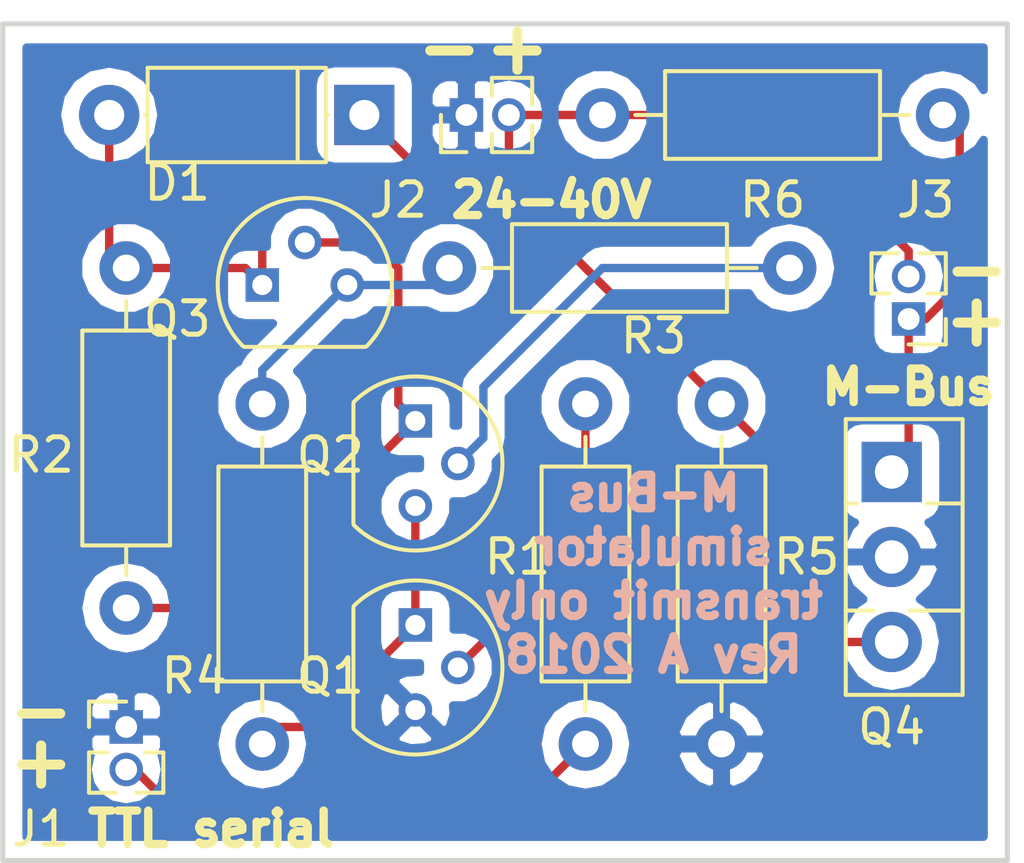
<source format=kicad_pcb>
(kicad_pcb (version 4) (host pcbnew 4.0.7)

  (general
    (links 22)
    (no_connects 0)
    (area 134.924999 74.924999 165.075001 100.075001)
    (thickness 1.6)
    (drawings 14)
    (tracks 50)
    (zones 0)
    (modules 14)
    (nets 11)
  )

  (page A4)
  (layers
    (0 F.Cu signal)
    (31 B.Cu signal)
    (32 B.Adhes user)
    (33 F.Adhes user)
    (34 B.Paste user)
    (35 F.Paste user)
    (36 B.SilkS user)
    (37 F.SilkS user)
    (38 B.Mask user)
    (39 F.Mask user)
    (40 Dwgs.User user)
    (41 Cmts.User user)
    (42 Eco1.User user)
    (43 Eco2.User user)
    (44 Edge.Cuts user)
    (45 Margin user)
    (46 B.CrtYd user)
    (47 F.CrtYd user)
    (48 B.Fab user hide)
    (49 F.Fab user hide)
  )

  (setup
    (last_trace_width 0.25)
    (trace_clearance 0.2)
    (zone_clearance 0.508)
    (zone_45_only no)
    (trace_min 0.2)
    (segment_width 0.2)
    (edge_width 0.15)
    (via_size 0.6)
    (via_drill 0.4)
    (via_min_size 0.4)
    (via_min_drill 0.3)
    (uvia_size 0.3)
    (uvia_drill 0.1)
    (uvias_allowed no)
    (uvia_min_size 0.2)
    (uvia_min_drill 0.1)
    (pcb_text_width 0.3)
    (pcb_text_size 1.5 1.5)
    (mod_edge_width 0.15)
    (mod_text_size 1 1)
    (mod_text_width 0.15)
    (pad_size 1.524 1.524)
    (pad_drill 0.762)
    (pad_to_mask_clearance 0.2)
    (aux_axis_origin 0 0)
    (visible_elements FFFFFF7F)
    (pcbplotparams
      (layerselection 0x00030_80000001)
      (usegerberextensions false)
      (excludeedgelayer true)
      (linewidth 0.100000)
      (plotframeref false)
      (viasonmask false)
      (mode 1)
      (useauxorigin false)
      (hpglpennumber 1)
      (hpglpenspeed 20)
      (hpglpendiameter 15)
      (hpglpenoverlay 2)
      (psnegative false)
      (psa4output false)
      (plotreference true)
      (plotvalue true)
      (plotinvisibletext false)
      (padsonsilk false)
      (subtractmaskfromsilk false)
      (outputformat 1)
      (mirror false)
      (drillshape 1)
      (scaleselection 1)
      (outputdirectory ""))
  )

  (net 0 "")
  (net 1 /EXT_PWR)
  (net 2 GND)
  (net 3 "Net-(J1-Pad2)")
  (net 4 /MBus-)
  (net 5 "Net-(Q1-Pad2)")
  (net 6 "Net-(Q1-Pad1)")
  (net 7 "Net-(Q2-Pad2)")
  (net 8 "Net-(Q2-Pad1)")
  (net 9 "Net-(Q3-Pad3)")
  (net 10 "Net-(D1-Pad2)")

  (net_class Default "This is the default net class."
    (clearance 0.2)
    (trace_width 0.25)
    (via_dia 0.6)
    (via_drill 0.4)
    (uvia_dia 0.3)
    (uvia_drill 0.1)
    (add_net /EXT_PWR)
    (add_net /MBus-)
    (add_net GND)
    (add_net "Net-(D1-Pad2)")
    (add_net "Net-(J1-Pad2)")
    (add_net "Net-(Q1-Pad1)")
    (add_net "Net-(Q1-Pad2)")
    (add_net "Net-(Q2-Pad1)")
    (add_net "Net-(Q2-Pad2)")
    (add_net "Net-(Q3-Pad3)")
  )

  (module Pin_Headers:Pin_Header_Straight_1x02_Pitch1.27mm (layer F.Cu) (tedit 5A70ED90) (tstamp 5A70DE66)
    (at 138.684 96.012)
    (descr "Through hole straight pin header, 1x02, 1.27mm pitch, single row")
    (tags "Through hole pin header THT 1x02 1.27mm single row")
    (path /5A6C56AB)
    (fp_text reference J1 (at -2.54 3.048) (layer F.SilkS)
      (effects (font (size 1 1) (thickness 0.15)))
    )
    (fp_text value Conn_01x02 (at 0 2.965) (layer F.Fab) hide
      (effects (font (size 1 1) (thickness 0.15)))
    )
    (fp_line (start -0.525 -0.635) (end 1.05 -0.635) (layer F.Fab) (width 0.1))
    (fp_line (start 1.05 -0.635) (end 1.05 1.905) (layer F.Fab) (width 0.1))
    (fp_line (start 1.05 1.905) (end -1.05 1.905) (layer F.Fab) (width 0.1))
    (fp_line (start -1.05 1.905) (end -1.05 -0.11) (layer F.Fab) (width 0.1))
    (fp_line (start -1.05 -0.11) (end -0.525 -0.635) (layer F.Fab) (width 0.1))
    (fp_line (start -1.11 1.965) (end -0.30753 1.965) (layer F.SilkS) (width 0.12))
    (fp_line (start 0.30753 1.965) (end 1.11 1.965) (layer F.SilkS) (width 0.12))
    (fp_line (start -1.11 0.76) (end -1.11 1.965) (layer F.SilkS) (width 0.12))
    (fp_line (start 1.11 0.76) (end 1.11 1.965) (layer F.SilkS) (width 0.12))
    (fp_line (start -1.11 0.76) (end -0.563471 0.76) (layer F.SilkS) (width 0.12))
    (fp_line (start 0.563471 0.76) (end 1.11 0.76) (layer F.SilkS) (width 0.12))
    (fp_line (start -1.11 0) (end -1.11 -0.76) (layer F.SilkS) (width 0.12))
    (fp_line (start -1.11 -0.76) (end 0 -0.76) (layer F.SilkS) (width 0.12))
    (fp_line (start -1.55 -1.15) (end -1.55 2.45) (layer F.CrtYd) (width 0.05))
    (fp_line (start -1.55 2.45) (end 1.55 2.45) (layer F.CrtYd) (width 0.05))
    (fp_line (start 1.55 2.45) (end 1.55 -1.15) (layer F.CrtYd) (width 0.05))
    (fp_line (start 1.55 -1.15) (end -1.55 -1.15) (layer F.CrtYd) (width 0.05))
    (fp_text user %R (at 0 0.635 90) (layer F.Fab)
      (effects (font (size 1 1) (thickness 0.15)))
    )
    (pad 1 thru_hole rect (at 0 0) (size 1 1) (drill 0.65) (layers *.Cu *.Mask)
      (net 2 GND))
    (pad 2 thru_hole oval (at 0 1.27) (size 1 1) (drill 0.65) (layers *.Cu *.Mask)
      (net 3 "Net-(J1-Pad2)"))
    (model ${KISYS3DMOD}/Pin_Headers.3dshapes/Pin_Header_Straight_1x02_Pitch1.27mm.wrl
      (at (xyz 0 0 0))
      (scale (xyz 1 1 1))
      (rotate (xyz 0 0 0))
    )
  )

  (module Pin_Headers:Pin_Header_Straight_1x02_Pitch1.27mm (layer F.Cu) (tedit 5A70ED53) (tstamp 5A70DE6C)
    (at 148.844 77.724 90)
    (descr "Through hole straight pin header, 1x02, 1.27mm pitch, single row")
    (tags "Through hole pin header THT 1x02 1.27mm single row")
    (path /5A6C5520)
    (fp_text reference J2 (at -2.54 -2.032 180) (layer F.SilkS)
      (effects (font (size 1 1) (thickness 0.15)))
    )
    (fp_text value Conn_01x02 (at 0 2.965 90) (layer F.Fab) hide
      (effects (font (size 1 1) (thickness 0.15)))
    )
    (fp_line (start -0.525 -0.635) (end 1.05 -0.635) (layer F.Fab) (width 0.1))
    (fp_line (start 1.05 -0.635) (end 1.05 1.905) (layer F.Fab) (width 0.1))
    (fp_line (start 1.05 1.905) (end -1.05 1.905) (layer F.Fab) (width 0.1))
    (fp_line (start -1.05 1.905) (end -1.05 -0.11) (layer F.Fab) (width 0.1))
    (fp_line (start -1.05 -0.11) (end -0.525 -0.635) (layer F.Fab) (width 0.1))
    (fp_line (start -1.11 1.965) (end -0.30753 1.965) (layer F.SilkS) (width 0.12))
    (fp_line (start 0.30753 1.965) (end 1.11 1.965) (layer F.SilkS) (width 0.12))
    (fp_line (start -1.11 0.76) (end -1.11 1.965) (layer F.SilkS) (width 0.12))
    (fp_line (start 1.11 0.76) (end 1.11 1.965) (layer F.SilkS) (width 0.12))
    (fp_line (start -1.11 0.76) (end -0.563471 0.76) (layer F.SilkS) (width 0.12))
    (fp_line (start 0.563471 0.76) (end 1.11 0.76) (layer F.SilkS) (width 0.12))
    (fp_line (start -1.11 0) (end -1.11 -0.76) (layer F.SilkS) (width 0.12))
    (fp_line (start -1.11 -0.76) (end 0 -0.76) (layer F.SilkS) (width 0.12))
    (fp_line (start -1.55 -1.15) (end -1.55 2.45) (layer F.CrtYd) (width 0.05))
    (fp_line (start -1.55 2.45) (end 1.55 2.45) (layer F.CrtYd) (width 0.05))
    (fp_line (start 1.55 2.45) (end 1.55 -1.15) (layer F.CrtYd) (width 0.05))
    (fp_line (start 1.55 -1.15) (end -1.55 -1.15) (layer F.CrtYd) (width 0.05))
    (fp_text user %R (at 0 0.635 180) (layer F.Fab)
      (effects (font (size 1 1) (thickness 0.15)))
    )
    (pad 1 thru_hole rect (at 0 0 90) (size 1 1) (drill 0.65) (layers *.Cu *.Mask)
      (net 2 GND))
    (pad 2 thru_hole oval (at 0 1.27 90) (size 1 1) (drill 0.65) (layers *.Cu *.Mask)
      (net 1 /EXT_PWR))
    (model ${KISYS3DMOD}/Pin_Headers.3dshapes/Pin_Header_Straight_1x02_Pitch1.27mm.wrl
      (at (xyz 0 0 0))
      (scale (xyz 1 1 1))
      (rotate (xyz 0 0 0))
    )
  )

  (module Pin_Headers:Pin_Header_Straight_1x02_Pitch1.27mm (layer F.Cu) (tedit 5A70EDC2) (tstamp 5A70DE72)
    (at 162.052 83.82 180)
    (descr "Through hole straight pin header, 1x02, 1.27mm pitch, single row")
    (tags "Through hole pin header THT 1x02 1.27mm single row")
    (path /5A6C5F4D)
    (fp_text reference J3 (at -0.508 3.556 180) (layer F.SilkS)
      (effects (font (size 1 1) (thickness 0.15)))
    )
    (fp_text value Conn_01x02 (at 0 2.965 180) (layer F.Fab) hide
      (effects (font (size 1 1) (thickness 0.15)))
    )
    (fp_line (start -0.525 -0.635) (end 1.05 -0.635) (layer F.Fab) (width 0.1))
    (fp_line (start 1.05 -0.635) (end 1.05 1.905) (layer F.Fab) (width 0.1))
    (fp_line (start 1.05 1.905) (end -1.05 1.905) (layer F.Fab) (width 0.1))
    (fp_line (start -1.05 1.905) (end -1.05 -0.11) (layer F.Fab) (width 0.1))
    (fp_line (start -1.05 -0.11) (end -0.525 -0.635) (layer F.Fab) (width 0.1))
    (fp_line (start -1.11 1.965) (end -0.30753 1.965) (layer F.SilkS) (width 0.12))
    (fp_line (start 0.30753 1.965) (end 1.11 1.965) (layer F.SilkS) (width 0.12))
    (fp_line (start -1.11 0.76) (end -1.11 1.965) (layer F.SilkS) (width 0.12))
    (fp_line (start 1.11 0.76) (end 1.11 1.965) (layer F.SilkS) (width 0.12))
    (fp_line (start -1.11 0.76) (end -0.563471 0.76) (layer F.SilkS) (width 0.12))
    (fp_line (start 0.563471 0.76) (end 1.11 0.76) (layer F.SilkS) (width 0.12))
    (fp_line (start -1.11 0) (end -1.11 -0.76) (layer F.SilkS) (width 0.12))
    (fp_line (start -1.11 -0.76) (end 0 -0.76) (layer F.SilkS) (width 0.12))
    (fp_line (start -1.55 -1.15) (end -1.55 2.45) (layer F.CrtYd) (width 0.05))
    (fp_line (start -1.55 2.45) (end 1.55 2.45) (layer F.CrtYd) (width 0.05))
    (fp_line (start 1.55 2.45) (end 1.55 -1.15) (layer F.CrtYd) (width 0.05))
    (fp_line (start 1.55 -1.15) (end -1.55 -1.15) (layer F.CrtYd) (width 0.05))
    (fp_text user %R (at 0 0.635 270) (layer F.Fab)
      (effects (font (size 1 1) (thickness 0.15)))
    )
    (pad 1 thru_hole rect (at 0 0 180) (size 1 1) (drill 0.65) (layers *.Cu *.Mask)
      (net 4 /MBus-))
    (pad 2 thru_hole oval (at 0 1.27 180) (size 1 1) (drill 0.65) (layers *.Cu *.Mask)
      (net 1 /EXT_PWR))
    (model ${KISYS3DMOD}/Pin_Headers.3dshapes/Pin_Header_Straight_1x02_Pitch1.27mm.wrl
      (at (xyz 0 0 0))
      (scale (xyz 1 1 1))
      (rotate (xyz 0 0 0))
    )
  )

  (module TO_SOT_Packages_THT:TO-92_Molded_Narrow (layer F.Cu) (tedit 5A70ECEA) (tstamp 5A70DE79)
    (at 147.32 92.964 270)
    (descr "TO-92 leads molded, narrow, drill 0.6mm (see NXP sot054_po.pdf)")
    (tags "to-92 sc-43 sc-43a sot54 PA33 transistor")
    (path /5A6C58F3)
    (fp_text reference Q1 (at 1.524 2.54 360) (layer F.SilkS)
      (effects (font (size 1 1) (thickness 0.15)))
    )
    (fp_text value BC337 (at 1.27 2.79 270) (layer F.Fab)
      (effects (font (size 1 1) (thickness 0.15)))
    )
    (fp_text user %R (at 1.27 -3.56 270) (layer F.Fab)
      (effects (font (size 1 1) (thickness 0.15)))
    )
    (fp_line (start -0.53 1.85) (end 3.07 1.85) (layer F.SilkS) (width 0.12))
    (fp_line (start -0.5 1.75) (end 3 1.75) (layer F.Fab) (width 0.1))
    (fp_line (start -1.46 -2.73) (end 4 -2.73) (layer F.CrtYd) (width 0.05))
    (fp_line (start -1.46 -2.73) (end -1.46 2.01) (layer F.CrtYd) (width 0.05))
    (fp_line (start 4 2.01) (end 4 -2.73) (layer F.CrtYd) (width 0.05))
    (fp_line (start 4 2.01) (end -1.46 2.01) (layer F.CrtYd) (width 0.05))
    (fp_arc (start 1.27 0) (end 1.27 -2.48) (angle 135) (layer F.Fab) (width 0.1))
    (fp_arc (start 1.27 0) (end 1.27 -2.6) (angle -135) (layer F.SilkS) (width 0.12))
    (fp_arc (start 1.27 0) (end 1.27 -2.48) (angle -135) (layer F.Fab) (width 0.1))
    (fp_arc (start 1.27 0) (end 1.27 -2.6) (angle 135) (layer F.SilkS) (width 0.12))
    (pad 2 thru_hole circle (at 1.27 -1.27) (size 1 1) (drill 0.6) (layers *.Cu *.Mask)
      (net 5 "Net-(Q1-Pad2)"))
    (pad 3 thru_hole circle (at 2.54 0) (size 1 1) (drill 0.6) (layers *.Cu *.Mask)
      (net 2 GND))
    (pad 1 thru_hole rect (at 0 0) (size 1 1) (drill 0.6) (layers *.Cu *.Mask)
      (net 6 "Net-(Q1-Pad1)"))
    (model ${KISYS3DMOD}/TO_SOT_Packages_THT.3dshapes/TO-92_Molded_Narrow.wrl
      (at (xyz 0.05 0 0))
      (scale (xyz 1 1 1))
      (rotate (xyz 0 0 -90))
    )
  )

  (module TO_SOT_Packages_THT:TO-92_Molded_Narrow (layer F.Cu) (tedit 5A70ECF1) (tstamp 5A70DE80)
    (at 147.32 86.868 270)
    (descr "TO-92 leads molded, narrow, drill 0.6mm (see NXP sot054_po.pdf)")
    (tags "to-92 sc-43 sc-43a sot54 PA33 transistor")
    (path /5A70EDBB)
    (fp_text reference Q2 (at 1.016 2.54 360) (layer F.SilkS)
      (effects (font (size 1 1) (thickness 0.15)))
    )
    (fp_text value BC337 (at 1.27 2.79 270) (layer F.Fab)
      (effects (font (size 1 1) (thickness 0.15)))
    )
    (fp_text user %R (at 1.27 -3.56 270) (layer F.Fab)
      (effects (font (size 1 1) (thickness 0.15)))
    )
    (fp_line (start -0.53 1.85) (end 3.07 1.85) (layer F.SilkS) (width 0.12))
    (fp_line (start -0.5 1.75) (end 3 1.75) (layer F.Fab) (width 0.1))
    (fp_line (start -1.46 -2.73) (end 4 -2.73) (layer F.CrtYd) (width 0.05))
    (fp_line (start -1.46 -2.73) (end -1.46 2.01) (layer F.CrtYd) (width 0.05))
    (fp_line (start 4 2.01) (end 4 -2.73) (layer F.CrtYd) (width 0.05))
    (fp_line (start 4 2.01) (end -1.46 2.01) (layer F.CrtYd) (width 0.05))
    (fp_arc (start 1.27 0) (end 1.27 -2.48) (angle 135) (layer F.Fab) (width 0.1))
    (fp_arc (start 1.27 0) (end 1.27 -2.6) (angle -135) (layer F.SilkS) (width 0.12))
    (fp_arc (start 1.27 0) (end 1.27 -2.48) (angle -135) (layer F.Fab) (width 0.1))
    (fp_arc (start 1.27 0) (end 1.27 -2.6) (angle 135) (layer F.SilkS) (width 0.12))
    (pad 2 thru_hole circle (at 1.27 -1.27) (size 1 1) (drill 0.6) (layers *.Cu *.Mask)
      (net 7 "Net-(Q2-Pad2)"))
    (pad 3 thru_hole circle (at 2.54 0) (size 1 1) (drill 0.6) (layers *.Cu *.Mask)
      (net 6 "Net-(Q1-Pad1)"))
    (pad 1 thru_hole rect (at 0 0) (size 1 1) (drill 0.6) (layers *.Cu *.Mask)
      (net 8 "Net-(Q2-Pad1)"))
    (model ${KISYS3DMOD}/TO_SOT_Packages_THT.3dshapes/TO-92_Molded_Narrow.wrl
      (at (xyz 0.05 0 0))
      (scale (xyz 1 1 1))
      (rotate (xyz 0 0 -90))
    )
  )

  (module TO_SOT_Packages_THT:TO-92_Molded_Narrow (layer F.Cu) (tedit 5A70ECFA) (tstamp 5A70DE87)
    (at 142.748 82.804)
    (descr "TO-92 leads molded, narrow, drill 0.6mm (see NXP sot054_po.pdf)")
    (tags "to-92 sc-43 sc-43a sot54 PA33 transistor")
    (path /5A70ED17)
    (fp_text reference Q3 (at -2.54 1.016) (layer F.SilkS)
      (effects (font (size 1 1) (thickness 0.15)))
    )
    (fp_text value BC337 (at 1.27 2.79) (layer F.Fab)
      (effects (font (size 1 1) (thickness 0.15)))
    )
    (fp_text user %R (at 1.27 -3.56) (layer F.Fab)
      (effects (font (size 1 1) (thickness 0.15)))
    )
    (fp_line (start -0.53 1.85) (end 3.07 1.85) (layer F.SilkS) (width 0.12))
    (fp_line (start -0.5 1.75) (end 3 1.75) (layer F.Fab) (width 0.1))
    (fp_line (start -1.46 -2.73) (end 4 -2.73) (layer F.CrtYd) (width 0.05))
    (fp_line (start -1.46 -2.73) (end -1.46 2.01) (layer F.CrtYd) (width 0.05))
    (fp_line (start 4 2.01) (end 4 -2.73) (layer F.CrtYd) (width 0.05))
    (fp_line (start 4 2.01) (end -1.46 2.01) (layer F.CrtYd) (width 0.05))
    (fp_arc (start 1.27 0) (end 1.27 -2.48) (angle 135) (layer F.Fab) (width 0.1))
    (fp_arc (start 1.27 0) (end 1.27 -2.6) (angle -135) (layer F.SilkS) (width 0.12))
    (fp_arc (start 1.27 0) (end 1.27 -2.48) (angle -135) (layer F.Fab) (width 0.1))
    (fp_arc (start 1.27 0) (end 1.27 -2.6) (angle 135) (layer F.SilkS) (width 0.12))
    (pad 2 thru_hole circle (at 1.27 -1.27 90) (size 1 1) (drill 0.6) (layers *.Cu *.Mask)
      (net 8 "Net-(Q2-Pad1)"))
    (pad 3 thru_hole circle (at 2.54 0 90) (size 1 1) (drill 0.6) (layers *.Cu *.Mask)
      (net 9 "Net-(Q3-Pad3)"))
    (pad 1 thru_hole rect (at 0 0 90) (size 1 1) (drill 0.6) (layers *.Cu *.Mask)
      (net 10 "Net-(D1-Pad2)"))
    (model ${KISYS3DMOD}/TO_SOT_Packages_THT.3dshapes/TO-92_Molded_Narrow.wrl
      (at (xyz 0.05 0 0))
      (scale (xyz 1 1 1))
      (rotate (xyz 0 0 -90))
    )
  )

  (module TO_SOT_Packages_THT:TO-126_Vertical (layer F.Cu) (tedit 5A70EBE8) (tstamp 5A70DE8E)
    (at 161.544 88.392 270)
    (descr "TO-126, Vertical, RM 2.54mm")
    (tags "TO-126 Vertical RM 2.54mm")
    (path /5A6C614C)
    (fp_text reference Q4 (at 7.62 0 360) (layer F.SilkS)
      (effects (font (size 1 1) (thickness 0.15)))
    )
    (fp_text value BD136 (at 2.54 3.27 270) (layer F.Fab)
      (effects (font (size 1 1) (thickness 0.15)))
    )
    (fp_text user %R (at 2.54 -3.12 270) (layer F.Fab)
      (effects (font (size 1 1) (thickness 0.15)))
    )
    (fp_line (start -1.46 -2) (end -1.46 1.25) (layer F.Fab) (width 0.1))
    (fp_line (start -1.46 1.25) (end 6.54 1.25) (layer F.Fab) (width 0.1))
    (fp_line (start 6.54 1.25) (end 6.54 -2) (layer F.Fab) (width 0.1))
    (fp_line (start 6.54 -2) (end -1.46 -2) (layer F.Fab) (width 0.1))
    (fp_line (start 0.94 -2) (end 0.94 1.25) (layer F.Fab) (width 0.1))
    (fp_line (start 4.14 -2) (end 4.14 1.25) (layer F.Fab) (width 0.1))
    (fp_line (start -1.58 -2.12) (end 6.66 -2.12) (layer F.SilkS) (width 0.12))
    (fp_line (start -1.58 1.37) (end 6.66 1.37) (layer F.SilkS) (width 0.12))
    (fp_line (start -1.58 -2.12) (end -1.58 1.37) (layer F.SilkS) (width 0.12))
    (fp_line (start 6.66 -2.12) (end 6.66 1.37) (layer F.SilkS) (width 0.12))
    (fp_line (start 0.94 -2.12) (end 0.94 -1.05) (layer F.SilkS) (width 0.12))
    (fp_line (start 0.94 1.05) (end 0.94 1.37) (layer F.SilkS) (width 0.12))
    (fp_line (start 4.141 -2.12) (end 4.141 -0.54) (layer F.SilkS) (width 0.12))
    (fp_line (start 4.141 0.54) (end 4.141 1.37) (layer F.SilkS) (width 0.12))
    (fp_line (start -1.71 -2.25) (end -1.71 1.5) (layer F.CrtYd) (width 0.05))
    (fp_line (start -1.71 1.5) (end 6.79 1.5) (layer F.CrtYd) (width 0.05))
    (fp_line (start 6.79 1.5) (end 6.79 -2.25) (layer F.CrtYd) (width 0.05))
    (fp_line (start 6.79 -2.25) (end -1.71 -2.25) (layer F.CrtYd) (width 0.05))
    (pad 1 thru_hole rect (at 0 0 270) (size 1.8 1.8) (drill 1) (layers *.Cu *.Mask)
      (net 4 /MBus-))
    (pad 2 thru_hole oval (at 2.54 0 270) (size 1.8 1.8) (drill 1) (layers *.Cu *.Mask)
      (net 2 GND))
    (pad 3 thru_hole oval (at 5.08 0 270) (size 1.8 1.8) (drill 1) (layers *.Cu *.Mask)
      (net 10 "Net-(D1-Pad2)"))
    (model ${KISYS3DMOD}/TO_SOT_Packages_THT.3dshapes/TO-126_Vertical.wrl
      (at (xyz 0.1 0 0))
      (scale (xyz 1 1 1))
      (rotate (xyz 0 0 0))
    )
  )

  (module Diodes_THT:D_A-405_P7.62mm_Horizontal (layer F.Cu) (tedit 5A70ED77) (tstamp 5A70E314)
    (at 145.796 77.724 180)
    (descr "D, A-405 series, Axial, Horizontal, pin pitch=7.62mm, , length*diameter=5.2*2.7mm^2, , http://www.diodes.com/_files/packages/A-405.pdf")
    (tags "D A-405 series Axial Horizontal pin pitch 7.62mm  length 5.2mm diameter 2.7mm")
    (path /5A6C5A7F)
    (fp_text reference D1 (at 5.588 -2.032 180) (layer F.SilkS)
      (effects (font (size 1 1) (thickness 0.15)))
    )
    (fp_text value D_Zener_Small_ALT (at 3.81 2.41 180) (layer F.Fab) hide
      (effects (font (size 1 1) (thickness 0.15)))
    )
    (fp_text user %R (at 3.81 0 180) (layer F.Fab)
      (effects (font (size 1 1) (thickness 0.15)))
    )
    (fp_line (start 1.21 -1.35) (end 1.21 1.35) (layer F.Fab) (width 0.1))
    (fp_line (start 1.21 1.35) (end 6.41 1.35) (layer F.Fab) (width 0.1))
    (fp_line (start 6.41 1.35) (end 6.41 -1.35) (layer F.Fab) (width 0.1))
    (fp_line (start 6.41 -1.35) (end 1.21 -1.35) (layer F.Fab) (width 0.1))
    (fp_line (start 0 0) (end 1.21 0) (layer F.Fab) (width 0.1))
    (fp_line (start 7.62 0) (end 6.41 0) (layer F.Fab) (width 0.1))
    (fp_line (start 1.99 -1.35) (end 1.99 1.35) (layer F.Fab) (width 0.1))
    (fp_line (start 1.15 -1.41) (end 1.15 1.41) (layer F.SilkS) (width 0.12))
    (fp_line (start 1.15 1.41) (end 6.47 1.41) (layer F.SilkS) (width 0.12))
    (fp_line (start 6.47 1.41) (end 6.47 -1.41) (layer F.SilkS) (width 0.12))
    (fp_line (start 6.47 -1.41) (end 1.15 -1.41) (layer F.SilkS) (width 0.12))
    (fp_line (start 1.08 0) (end 1.15 0) (layer F.SilkS) (width 0.12))
    (fp_line (start 6.54 0) (end 6.47 0) (layer F.SilkS) (width 0.12))
    (fp_line (start 1.99 -1.41) (end 1.99 1.41) (layer F.SilkS) (width 0.12))
    (fp_line (start -1.15 -1.7) (end -1.15 1.7) (layer F.CrtYd) (width 0.05))
    (fp_line (start -1.15 1.7) (end 8.8 1.7) (layer F.CrtYd) (width 0.05))
    (fp_line (start 8.8 1.7) (end 8.8 -1.7) (layer F.CrtYd) (width 0.05))
    (fp_line (start 8.8 -1.7) (end -1.15 -1.7) (layer F.CrtYd) (width 0.05))
    (pad 1 thru_hole rect (at 0 0 180) (size 1.8 1.8) (drill 0.9) (layers *.Cu *.Mask)
      (net 1 /EXT_PWR))
    (pad 2 thru_hole oval (at 7.62 0 180) (size 1.8 1.8) (drill 0.9) (layers *.Cu *.Mask)
      (net 10 "Net-(D1-Pad2)"))
    (model ${KISYS3DMOD}/Diodes_THT.3dshapes/D_A-405_P7.62mm_Horizontal.wrl
      (at (xyz 0 0 0))
      (scale (xyz 0.393701 0.393701 0.393701))
      (rotate (xyz 0 0 0))
    )
  )

  (module Resistors_THT:R_Axial_DIN0207_L6.3mm_D2.5mm_P10.16mm_Horizontal (layer F.Cu) (tedit 5A70EC9C) (tstamp 5A70E319)
    (at 152.4 86.36 270)
    (descr "Resistor, Axial_DIN0207 series, Axial, Horizontal, pin pitch=10.16mm, 0.25W = 1/4W, length*diameter=6.3*2.5mm^2, http://cdn-reichelt.de/documents/datenblatt/B400/1_4W%23YAG.pdf")
    (tags "Resistor Axial_DIN0207 series Axial Horizontal pin pitch 10.16mm 0.25W = 1/4W length 6.3mm diameter 2.5mm")
    (path /5A6C5956)
    (fp_text reference R1 (at 4.572 2.032 360) (layer F.SilkS)
      (effects (font (size 1 1) (thickness 0.15)))
    )
    (fp_text value 1k (at 5.08 2.31 270) (layer F.Fab)
      (effects (font (size 1 1) (thickness 0.15)))
    )
    (fp_line (start 1.93 -1.25) (end 1.93 1.25) (layer F.Fab) (width 0.1))
    (fp_line (start 1.93 1.25) (end 8.23 1.25) (layer F.Fab) (width 0.1))
    (fp_line (start 8.23 1.25) (end 8.23 -1.25) (layer F.Fab) (width 0.1))
    (fp_line (start 8.23 -1.25) (end 1.93 -1.25) (layer F.Fab) (width 0.1))
    (fp_line (start 0 0) (end 1.93 0) (layer F.Fab) (width 0.1))
    (fp_line (start 10.16 0) (end 8.23 0) (layer F.Fab) (width 0.1))
    (fp_line (start 1.87 -1.31) (end 1.87 1.31) (layer F.SilkS) (width 0.12))
    (fp_line (start 1.87 1.31) (end 8.29 1.31) (layer F.SilkS) (width 0.12))
    (fp_line (start 8.29 1.31) (end 8.29 -1.31) (layer F.SilkS) (width 0.12))
    (fp_line (start 8.29 -1.31) (end 1.87 -1.31) (layer F.SilkS) (width 0.12))
    (fp_line (start 0.98 0) (end 1.87 0) (layer F.SilkS) (width 0.12))
    (fp_line (start 9.18 0) (end 8.29 0) (layer F.SilkS) (width 0.12))
    (fp_line (start -1.05 -1.6) (end -1.05 1.6) (layer F.CrtYd) (width 0.05))
    (fp_line (start -1.05 1.6) (end 11.25 1.6) (layer F.CrtYd) (width 0.05))
    (fp_line (start 11.25 1.6) (end 11.25 -1.6) (layer F.CrtYd) (width 0.05))
    (fp_line (start 11.25 -1.6) (end -1.05 -1.6) (layer F.CrtYd) (width 0.05))
    (pad 1 thru_hole circle (at 0 0 270) (size 1.6 1.6) (drill 0.8) (layers *.Cu *.Mask)
      (net 5 "Net-(Q1-Pad2)"))
    (pad 2 thru_hole oval (at 10.16 0 270) (size 1.6 1.6) (drill 0.8) (layers *.Cu *.Mask)
      (net 3 "Net-(J1-Pad2)"))
    (model ${KISYS3DMOD}/Resistors_THT.3dshapes/R_Axial_DIN0207_L6.3mm_D2.5mm_P10.16mm_Horizontal.wrl
      (at (xyz 0 0 0))
      (scale (xyz 0.393701 0.393701 0.393701))
      (rotate (xyz 0 0 0))
    )
  )

  (module Resistors_THT:R_Axial_DIN0207_L6.3mm_D2.5mm_P10.16mm_Horizontal (layer F.Cu) (tedit 5A70EC38) (tstamp 5A70E31E)
    (at 138.684 82.296 270)
    (descr "Resistor, Axial_DIN0207 series, Axial, Horizontal, pin pitch=10.16mm, 0.25W = 1/4W, length*diameter=6.3*2.5mm^2, http://cdn-reichelt.de/documents/datenblatt/B400/1_4W%23YAG.pdf")
    (tags "Resistor Axial_DIN0207 series Axial Horizontal pin pitch 10.16mm 0.25W = 1/4W length 6.3mm diameter 2.5mm")
    (path /5A70EEBF)
    (fp_text reference R2 (at 5.588 2.54 360) (layer F.SilkS)
      (effects (font (size 1 1) (thickness 0.15)))
    )
    (fp_text value 6k8 (at 5.08 2.31 270) (layer F.Fab)
      (effects (font (size 1 1) (thickness 0.15)))
    )
    (fp_line (start 1.93 -1.25) (end 1.93 1.25) (layer F.Fab) (width 0.1))
    (fp_line (start 1.93 1.25) (end 8.23 1.25) (layer F.Fab) (width 0.1))
    (fp_line (start 8.23 1.25) (end 8.23 -1.25) (layer F.Fab) (width 0.1))
    (fp_line (start 8.23 -1.25) (end 1.93 -1.25) (layer F.Fab) (width 0.1))
    (fp_line (start 0 0) (end 1.93 0) (layer F.Fab) (width 0.1))
    (fp_line (start 10.16 0) (end 8.23 0) (layer F.Fab) (width 0.1))
    (fp_line (start 1.87 -1.31) (end 1.87 1.31) (layer F.SilkS) (width 0.12))
    (fp_line (start 1.87 1.31) (end 8.29 1.31) (layer F.SilkS) (width 0.12))
    (fp_line (start 8.29 1.31) (end 8.29 -1.31) (layer F.SilkS) (width 0.12))
    (fp_line (start 8.29 -1.31) (end 1.87 -1.31) (layer F.SilkS) (width 0.12))
    (fp_line (start 0.98 0) (end 1.87 0) (layer F.SilkS) (width 0.12))
    (fp_line (start 9.18 0) (end 8.29 0) (layer F.SilkS) (width 0.12))
    (fp_line (start -1.05 -1.6) (end -1.05 1.6) (layer F.CrtYd) (width 0.05))
    (fp_line (start -1.05 1.6) (end 11.25 1.6) (layer F.CrtYd) (width 0.05))
    (fp_line (start 11.25 1.6) (end 11.25 -1.6) (layer F.CrtYd) (width 0.05))
    (fp_line (start 11.25 -1.6) (end -1.05 -1.6) (layer F.CrtYd) (width 0.05))
    (pad 1 thru_hole circle (at 0 0 270) (size 1.6 1.6) (drill 0.8) (layers *.Cu *.Mask)
      (net 10 "Net-(D1-Pad2)"))
    (pad 2 thru_hole oval (at 10.16 0 270) (size 1.6 1.6) (drill 0.8) (layers *.Cu *.Mask)
      (net 8 "Net-(Q2-Pad1)"))
    (model ${KISYS3DMOD}/Resistors_THT.3dshapes/R_Axial_DIN0207_L6.3mm_D2.5mm_P10.16mm_Horizontal.wrl
      (at (xyz 0 0 0))
      (scale (xyz 0.393701 0.393701 0.393701))
      (rotate (xyz 0 0 0))
    )
  )

  (module Resistors_THT:R_Axial_DIN0207_L6.3mm_D2.5mm_P10.16mm_Horizontal (layer F.Cu) (tedit 5A70EDE0) (tstamp 5A70E323)
    (at 148.336 82.296)
    (descr "Resistor, Axial_DIN0207 series, Axial, Horizontal, pin pitch=10.16mm, 0.25W = 1/4W, length*diameter=6.3*2.5mm^2, http://cdn-reichelt.de/documents/datenblatt/B400/1_4W%23YAG.pdf")
    (tags "Resistor Axial_DIN0207 series Axial Horizontal pin pitch 10.16mm 0.25W = 1/4W length 6.3mm diameter 2.5mm")
    (path /5A70EF3B)
    (fp_text reference R3 (at 6.096 2.032) (layer F.SilkS)
      (effects (font (size 1 1) (thickness 0.15)))
    )
    (fp_text value 1 (at 5.08 2.31) (layer F.Fab)
      (effects (font (size 1 1) (thickness 0.15)))
    )
    (fp_line (start 1.93 -1.25) (end 1.93 1.25) (layer F.Fab) (width 0.1))
    (fp_line (start 1.93 1.25) (end 8.23 1.25) (layer F.Fab) (width 0.1))
    (fp_line (start 8.23 1.25) (end 8.23 -1.25) (layer F.Fab) (width 0.1))
    (fp_line (start 8.23 -1.25) (end 1.93 -1.25) (layer F.Fab) (width 0.1))
    (fp_line (start 0 0) (end 1.93 0) (layer F.Fab) (width 0.1))
    (fp_line (start 10.16 0) (end 8.23 0) (layer F.Fab) (width 0.1))
    (fp_line (start 1.87 -1.31) (end 1.87 1.31) (layer F.SilkS) (width 0.12))
    (fp_line (start 1.87 1.31) (end 8.29 1.31) (layer F.SilkS) (width 0.12))
    (fp_line (start 8.29 1.31) (end 8.29 -1.31) (layer F.SilkS) (width 0.12))
    (fp_line (start 8.29 -1.31) (end 1.87 -1.31) (layer F.SilkS) (width 0.12))
    (fp_line (start 0.98 0) (end 1.87 0) (layer F.SilkS) (width 0.12))
    (fp_line (start 9.18 0) (end 8.29 0) (layer F.SilkS) (width 0.12))
    (fp_line (start -1.05 -1.6) (end -1.05 1.6) (layer F.CrtYd) (width 0.05))
    (fp_line (start -1.05 1.6) (end 11.25 1.6) (layer F.CrtYd) (width 0.05))
    (fp_line (start 11.25 1.6) (end 11.25 -1.6) (layer F.CrtYd) (width 0.05))
    (fp_line (start 11.25 -1.6) (end -1.05 -1.6) (layer F.CrtYd) (width 0.05))
    (pad 1 thru_hole circle (at 0 0) (size 1.6 1.6) (drill 0.8) (layers *.Cu *.Mask)
      (net 9 "Net-(Q3-Pad3)"))
    (pad 2 thru_hole oval (at 10.16 0) (size 1.6 1.6) (drill 0.8) (layers *.Cu *.Mask)
      (net 7 "Net-(Q2-Pad2)"))
    (model ${KISYS3DMOD}/Resistors_THT.3dshapes/R_Axial_DIN0207_L6.3mm_D2.5mm_P10.16mm_Horizontal.wrl
      (at (xyz 0 0 0))
      (scale (xyz 0.393701 0.393701 0.393701))
      (rotate (xyz 0 0 0))
    )
  )

  (module Resistors_THT:R_Axial_DIN0207_L6.3mm_D2.5mm_P10.16mm_Horizontal (layer F.Cu) (tedit 5A70EC89) (tstamp 5A70E328)
    (at 142.748 86.36 270)
    (descr "Resistor, Axial_DIN0207 series, Axial, Horizontal, pin pitch=10.16mm, 0.25W = 1/4W, length*diameter=6.3*2.5mm^2, http://cdn-reichelt.de/documents/datenblatt/B400/1_4W%23YAG.pdf")
    (tags "Resistor Axial_DIN0207 series Axial Horizontal pin pitch 10.16mm 0.25W = 1/4W length 6.3mm diameter 2.5mm")
    (path /5A70EE1E)
    (fp_text reference R4 (at 8.128 2.032 360) (layer F.SilkS)
      (effects (font (size 1 1) (thickness 0.15)))
    )
    (fp_text value 150 (at 5.08 2.31 270) (layer F.Fab)
      (effects (font (size 1 1) (thickness 0.15)))
    )
    (fp_line (start 1.93 -1.25) (end 1.93 1.25) (layer F.Fab) (width 0.1))
    (fp_line (start 1.93 1.25) (end 8.23 1.25) (layer F.Fab) (width 0.1))
    (fp_line (start 8.23 1.25) (end 8.23 -1.25) (layer F.Fab) (width 0.1))
    (fp_line (start 8.23 -1.25) (end 1.93 -1.25) (layer F.Fab) (width 0.1))
    (fp_line (start 0 0) (end 1.93 0) (layer F.Fab) (width 0.1))
    (fp_line (start 10.16 0) (end 8.23 0) (layer F.Fab) (width 0.1))
    (fp_line (start 1.87 -1.31) (end 1.87 1.31) (layer F.SilkS) (width 0.12))
    (fp_line (start 1.87 1.31) (end 8.29 1.31) (layer F.SilkS) (width 0.12))
    (fp_line (start 8.29 1.31) (end 8.29 -1.31) (layer F.SilkS) (width 0.12))
    (fp_line (start 8.29 -1.31) (end 1.87 -1.31) (layer F.SilkS) (width 0.12))
    (fp_line (start 0.98 0) (end 1.87 0) (layer F.SilkS) (width 0.12))
    (fp_line (start 9.18 0) (end 8.29 0) (layer F.SilkS) (width 0.12))
    (fp_line (start -1.05 -1.6) (end -1.05 1.6) (layer F.CrtYd) (width 0.05))
    (fp_line (start -1.05 1.6) (end 11.25 1.6) (layer F.CrtYd) (width 0.05))
    (fp_line (start 11.25 1.6) (end 11.25 -1.6) (layer F.CrtYd) (width 0.05))
    (fp_line (start 11.25 -1.6) (end -1.05 -1.6) (layer F.CrtYd) (width 0.05))
    (pad 1 thru_hole circle (at 0 0 270) (size 1.6 1.6) (drill 0.8) (layers *.Cu *.Mask)
      (net 9 "Net-(Q3-Pad3)"))
    (pad 2 thru_hole oval (at 10.16 0 270) (size 1.6 1.6) (drill 0.8) (layers *.Cu *.Mask)
      (net 6 "Net-(Q1-Pad1)"))
    (model ${KISYS3DMOD}/Resistors_THT.3dshapes/R_Axial_DIN0207_L6.3mm_D2.5mm_P10.16mm_Horizontal.wrl
      (at (xyz 0 0 0))
      (scale (xyz 0.393701 0.393701 0.393701))
      (rotate (xyz 0 0 0))
    )
  )

  (module Resistors_THT:R_Axial_DIN0207_L6.3mm_D2.5mm_P10.16mm_Horizontal (layer F.Cu) (tedit 5A70ECAA) (tstamp 5A70E32D)
    (at 156.464 86.36 270)
    (descr "Resistor, Axial_DIN0207 series, Axial, Horizontal, pin pitch=10.16mm, 0.25W = 1/4W, length*diameter=6.3*2.5mm^2, http://cdn-reichelt.de/documents/datenblatt/B400/1_4W%23YAG.pdf")
    (tags "Resistor Axial_DIN0207 series Axial Horizontal pin pitch 10.16mm 0.25W = 1/4W length 6.3mm diameter 2.5mm")
    (path /5A70EB33)
    (fp_text reference R5 (at 4.572 -2.54 360) (layer F.SilkS)
      (effects (font (size 1 1) (thickness 0.15)))
    )
    (fp_text value 22k (at 5.08 2.31 270) (layer F.Fab)
      (effects (font (size 1 1) (thickness 0.15)))
    )
    (fp_line (start 1.93 -1.25) (end 1.93 1.25) (layer F.Fab) (width 0.1))
    (fp_line (start 1.93 1.25) (end 8.23 1.25) (layer F.Fab) (width 0.1))
    (fp_line (start 8.23 1.25) (end 8.23 -1.25) (layer F.Fab) (width 0.1))
    (fp_line (start 8.23 -1.25) (end 1.93 -1.25) (layer F.Fab) (width 0.1))
    (fp_line (start 0 0) (end 1.93 0) (layer F.Fab) (width 0.1))
    (fp_line (start 10.16 0) (end 8.23 0) (layer F.Fab) (width 0.1))
    (fp_line (start 1.87 -1.31) (end 1.87 1.31) (layer F.SilkS) (width 0.12))
    (fp_line (start 1.87 1.31) (end 8.29 1.31) (layer F.SilkS) (width 0.12))
    (fp_line (start 8.29 1.31) (end 8.29 -1.31) (layer F.SilkS) (width 0.12))
    (fp_line (start 8.29 -1.31) (end 1.87 -1.31) (layer F.SilkS) (width 0.12))
    (fp_line (start 0.98 0) (end 1.87 0) (layer F.SilkS) (width 0.12))
    (fp_line (start 9.18 0) (end 8.29 0) (layer F.SilkS) (width 0.12))
    (fp_line (start -1.05 -1.6) (end -1.05 1.6) (layer F.CrtYd) (width 0.05))
    (fp_line (start -1.05 1.6) (end 11.25 1.6) (layer F.CrtYd) (width 0.05))
    (fp_line (start 11.25 1.6) (end 11.25 -1.6) (layer F.CrtYd) (width 0.05))
    (fp_line (start 11.25 -1.6) (end -1.05 -1.6) (layer F.CrtYd) (width 0.05))
    (pad 1 thru_hole circle (at 0 0 270) (size 1.6 1.6) (drill 0.8) (layers *.Cu *.Mask)
      (net 10 "Net-(D1-Pad2)"))
    (pad 2 thru_hole oval (at 10.16 0 270) (size 1.6 1.6) (drill 0.8) (layers *.Cu *.Mask)
      (net 2 GND))
    (model ${KISYS3DMOD}/Resistors_THT.3dshapes/R_Axial_DIN0207_L6.3mm_D2.5mm_P10.16mm_Horizontal.wrl
      (at (xyz 0 0 0))
      (scale (xyz 0.393701 0.393701 0.393701))
      (rotate (xyz 0 0 0))
    )
  )

  (module Resistors_THT:R_Axial_DIN0207_L6.3mm_D2.5mm_P10.16mm_Horizontal (layer F.Cu) (tedit 5A70EDCD) (tstamp 5A70E332)
    (at 152.908 77.724)
    (descr "Resistor, Axial_DIN0207 series, Axial, Horizontal, pin pitch=10.16mm, 0.25W = 1/4W, length*diameter=6.3*2.5mm^2, http://cdn-reichelt.de/documents/datenblatt/B400/1_4W%23YAG.pdf")
    (tags "Resistor Axial_DIN0207 series Axial Horizontal pin pitch 10.16mm 0.25W = 1/4W length 6.3mm diameter 2.5mm")
    (path /5A70E602)
    (fp_text reference R6 (at 5.08 2.54) (layer F.SilkS)
      (effects (font (size 1 1) (thickness 0.15)))
    )
    (fp_text value 220k (at 5.08 2.31) (layer F.Fab)
      (effects (font (size 1 1) (thickness 0.15)))
    )
    (fp_line (start 1.93 -1.25) (end 1.93 1.25) (layer F.Fab) (width 0.1))
    (fp_line (start 1.93 1.25) (end 8.23 1.25) (layer F.Fab) (width 0.1))
    (fp_line (start 8.23 1.25) (end 8.23 -1.25) (layer F.Fab) (width 0.1))
    (fp_line (start 8.23 -1.25) (end 1.93 -1.25) (layer F.Fab) (width 0.1))
    (fp_line (start 0 0) (end 1.93 0) (layer F.Fab) (width 0.1))
    (fp_line (start 10.16 0) (end 8.23 0) (layer F.Fab) (width 0.1))
    (fp_line (start 1.87 -1.31) (end 1.87 1.31) (layer F.SilkS) (width 0.12))
    (fp_line (start 1.87 1.31) (end 8.29 1.31) (layer F.SilkS) (width 0.12))
    (fp_line (start 8.29 1.31) (end 8.29 -1.31) (layer F.SilkS) (width 0.12))
    (fp_line (start 8.29 -1.31) (end 1.87 -1.31) (layer F.SilkS) (width 0.12))
    (fp_line (start 0.98 0) (end 1.87 0) (layer F.SilkS) (width 0.12))
    (fp_line (start 9.18 0) (end 8.29 0) (layer F.SilkS) (width 0.12))
    (fp_line (start -1.05 -1.6) (end -1.05 1.6) (layer F.CrtYd) (width 0.05))
    (fp_line (start -1.05 1.6) (end 11.25 1.6) (layer F.CrtYd) (width 0.05))
    (fp_line (start 11.25 1.6) (end 11.25 -1.6) (layer F.CrtYd) (width 0.05))
    (fp_line (start 11.25 -1.6) (end -1.05 -1.6) (layer F.CrtYd) (width 0.05))
    (pad 1 thru_hole circle (at 0 0) (size 1.6 1.6) (drill 0.8) (layers *.Cu *.Mask)
      (net 1 /EXT_PWR))
    (pad 2 thru_hole oval (at 10.16 0) (size 1.6 1.6) (drill 0.8) (layers *.Cu *.Mask)
      (net 4 /MBus-))
    (model ${KISYS3DMOD}/Resistors_THT.3dshapes/R_Axial_DIN0207_L6.3mm_D2.5mm_P10.16mm_Horizontal.wrl
      (at (xyz 0 0 0))
      (scale (xyz 0.393701 0.393701 0.393701))
      (rotate (xyz 0 0 0))
    )
  )

  (gr_text "M-Bus\nsimulator\ntransmit only\nRev A 2018" (at 154.432 91.44) (layer B.SilkS)
    (effects (font (size 1 1) (thickness 0.25)) (justify mirror))
  )
  (gr_text - (at 148.336 75.692) (layer F.SilkS)
    (effects (font (size 1.5 1.5) (thickness 0.3)))
  )
  (gr_text + (at 150.368 75.692) (layer F.SilkS)
    (effects (font (size 1.5 1.5) (thickness 0.3)))
  )
  (gr_text 24-40V (at 151.384 80.264) (layer F.SilkS)
    (effects (font (size 1 1) (thickness 0.25)))
  )
  (gr_text - (at 164.084 82.296) (layer F.SilkS)
    (effects (font (size 1.5 1.5) (thickness 0.3)))
  )
  (gr_text + (at 164.084 83.82) (layer F.SilkS)
    (effects (font (size 1.5 1.5) (thickness 0.3)))
  )
  (gr_text M-Bus (at 162.052 85.852) (layer F.SilkS)
    (effects (font (size 1 1) (thickness 0.25)))
  )
  (gr_text + (at 136.144 97.028) (layer F.SilkS)
    (effects (font (size 1.5 1.5) (thickness 0.3)))
  )
  (gr_text - (at 136.144 95.504) (layer F.SilkS)
    (effects (font (size 1.5 1.5) (thickness 0.3)))
  )
  (gr_text "TTL serial" (at 141.224 99.06) (layer F.SilkS)
    (effects (font (size 1 1) (thickness 0.25)))
  )
  (gr_line (start 135 75) (end 135 100) (angle 90) (layer Edge.Cuts) (width 0.15))
  (gr_line (start 135 100) (end 165 100) (angle 90) (layer Edge.Cuts) (width 0.15))
  (gr_line (start 165 75) (end 165 100) (angle 90) (layer Edge.Cuts) (width 0.15))
  (gr_line (start 135 75) (end 165 75) (angle 90) (layer Edge.Cuts) (width 0.15))

  (segment (start 162.052 82.55) (end 162.052 81.788) (width 0.25) (layer F.Cu) (net 1))
  (segment (start 157.988 77.724) (end 152.908 77.724) (width 0.25) (layer F.Cu) (net 1) (tstamp 5A70E86C))
  (segment (start 162.052 81.788) (end 157.988 77.724) (width 0.25) (layer F.Cu) (net 1) (tstamp 5A70E868))
  (segment (start 145.796 77.724) (end 147.32 79.248) (width 0.25) (layer F.Cu) (net 1))
  (segment (start 150.114 78.994) (end 150.114 77.724) (width 0.25) (layer F.Cu) (net 1) (tstamp 5A70E85C))
  (segment (start 149.86 79.248) (end 150.114 78.994) (width 0.25) (layer F.Cu) (net 1) (tstamp 5A70E859))
  (segment (start 147.32 79.248) (end 149.86 79.248) (width 0.25) (layer F.Cu) (net 1) (tstamp 5A70E856))
  (segment (start 152.908 77.724) (end 150.114 77.724) (width 0.25) (layer F.Cu) (net 1))
  (segment (start 138.684 97.282) (end 138.938 97.282) (width 0.25) (layer F.Cu) (net 3))
  (segment (start 138.938 97.282) (end 139.7 98.044) (width 0.25) (layer F.Cu) (net 3) (tstamp 5A70E8CC))
  (segment (start 139.7 98.044) (end 150.876 98.044) (width 0.25) (layer F.Cu) (net 3) (tstamp 5A70E8D1))
  (segment (start 150.876 98.044) (end 152.4 96.52) (width 0.25) (layer F.Cu) (net 3) (tstamp 5A70E8D4))
  (segment (start 162.052 83.82) (end 162.052 87.884) (width 0.25) (layer F.Cu) (net 4))
  (segment (start 162.052 87.884) (end 161.544 88.392) (width 0.25) (layer F.Cu) (net 4) (tstamp 5A70E891))
  (segment (start 163.068 77.724) (end 163.576 78.232) (width 0.25) (layer F.Cu) (net 4))
  (segment (start 163.576 78.232) (end 163.576 82.804) (width 0.25) (layer F.Cu) (net 4) (tstamp 5A70E872))
  (segment (start 163.576 82.804) (end 162.56 83.82) (width 0.25) (layer F.Cu) (net 4) (tstamp 5A70E886))
  (segment (start 162.56 83.82) (end 162.052 83.82) (width 0.25) (layer F.Cu) (net 4) (tstamp 5A70E88A))
  (segment (start 152.4 86.36) (end 152.4 90.424) (width 0.25) (layer F.Cu) (net 5))
  (segment (start 152.4 90.424) (end 148.59 94.234) (width 0.25) (layer F.Cu) (net 5) (tstamp 5A70E8BD))
  (segment (start 147.32 92.964) (end 144.272 96.012) (width 0.25) (layer F.Cu) (net 6))
  (segment (start 144.272 96.012) (end 143.256 96.012) (width 0.25) (layer F.Cu) (net 6) (tstamp 5A70E8B0))
  (segment (start 143.256 96.012) (end 142.748 96.52) (width 0.25) (layer F.Cu) (net 6) (tstamp 5A70E8B6))
  (segment (start 147.32 89.408) (end 147.32 92.964) (width 0.25) (layer F.Cu) (net 6))
  (segment (start 158.496 82.296) (end 152.908 82.296) (width 0.25) (layer B.Cu) (net 7))
  (segment (start 149.352 87.376) (end 148.59 88.138) (width 0.25) (layer B.Cu) (net 7) (tstamp 5A70E96E))
  (segment (start 149.352 85.852) (end 149.352 87.376) (width 0.25) (layer B.Cu) (net 7) (tstamp 5A70E969))
  (segment (start 152.908 82.296) (end 149.352 85.852) (width 0.25) (layer B.Cu) (net 7) (tstamp 5A70E965))
  (segment (start 144.018 81.534) (end 146.05 81.534) (width 0.25) (layer F.Cu) (net 8))
  (segment (start 146.812 86.36) (end 147.32 86.868) (width 0.25) (layer F.Cu) (net 8) (tstamp 5A70E951))
  (segment (start 146.812 82.296) (end 146.812 86.36) (width 0.25) (layer F.Cu) (net 8) (tstamp 5A70E94A))
  (segment (start 146.05 81.534) (end 146.812 82.296) (width 0.25) (layer F.Cu) (net 8) (tstamp 5A70E946))
  (segment (start 138.684 92.456) (end 141.732 92.456) (width 0.25) (layer F.Cu) (net 8))
  (segment (start 141.732 92.456) (end 147.32 86.868) (width 0.25) (layer F.Cu) (net 8) (tstamp 5A70E8DB))
  (segment (start 145.288 82.804) (end 147.828 82.804) (width 0.25) (layer B.Cu) (net 9))
  (segment (start 147.828 82.804) (end 148.336 82.296) (width 0.25) (layer B.Cu) (net 9) (tstamp 5A70E918))
  (segment (start 142.748 86.36) (end 142.748 85.344) (width 0.25) (layer B.Cu) (net 9))
  (segment (start 142.748 85.344) (end 145.288 82.804) (width 0.25) (layer B.Cu) (net 9) (tstamp 5A70E912))
  (segment (start 142.748 82.804) (end 142.748 80.772) (width 0.25) (layer F.Cu) (net 10))
  (segment (start 150.368 80.264) (end 156.464 86.36) (width 0.25) (layer F.Cu) (net 10) (tstamp 5A70E93B))
  (segment (start 143.256 80.264) (end 150.368 80.264) (width 0.25) (layer F.Cu) (net 10) (tstamp 5A70E936))
  (segment (start 142.748 80.772) (end 143.256 80.264) (width 0.25) (layer F.Cu) (net 10) (tstamp 5A70E934))
  (segment (start 161.544 93.472) (end 160.02 93.472) (width 0.25) (layer F.Cu) (net 10))
  (segment (start 160.02 93.472) (end 158.496 91.948) (width 0.25) (layer F.Cu) (net 10) (tstamp 5A70E897))
  (segment (start 158.496 91.948) (end 158.496 88.392) (width 0.25) (layer F.Cu) (net 10) (tstamp 5A70E899))
  (segment (start 158.496 88.392) (end 156.464 86.36) (width 0.25) (layer F.Cu) (net 10) (tstamp 5A70E89C))
  (segment (start 138.684 82.296) (end 142.24 82.296) (width 0.25) (layer F.Cu) (net 10))
  (segment (start 142.24 82.296) (end 142.748 82.804) (width 0.25) (layer F.Cu) (net 10) (tstamp 5A70E841))
  (segment (start 138.176 77.724) (end 138.176 81.788) (width 0.25) (layer F.Cu) (net 10))
  (segment (start 138.176 81.788) (end 138.684 82.296) (width 0.25) (layer F.Cu) (net 10) (tstamp 5A70E83A))

  (zone (net 2) (net_name GND) (layer B.Cu) (tstamp 5A70E999) (hatch edge 0.508)
    (connect_pads (clearance 0.508))
    (min_thickness 0.254)
    (fill yes (arc_segments 16) (thermal_gap 0.508) (thermal_bridge_width 0.508))
    (polygon
      (pts
        (xy 164.592 99.568) (xy 135.128 99.568) (xy 135.128 75.184) (xy 164.592 75.184)
      )
    )
    (filled_polygon
      (pts
        (xy 164.29 76.977477) (xy 164.110811 76.709302) (xy 163.645264 76.398233) (xy 163.096113 76.289) (xy 163.039887 76.289)
        (xy 162.490736 76.398233) (xy 162.025189 76.709302) (xy 161.71412 77.174849) (xy 161.604887 77.724) (xy 161.71412 78.273151)
        (xy 162.025189 78.738698) (xy 162.490736 79.049767) (xy 163.039887 79.159) (xy 163.096113 79.159) (xy 163.645264 79.049767)
        (xy 164.110811 78.738698) (xy 164.29 78.470523) (xy 164.29 99.29) (xy 135.71 99.29) (xy 135.71 97.282)
        (xy 137.526764 97.282) (xy 137.613161 97.716346) (xy 137.859198 98.084566) (xy 138.227418 98.330603) (xy 138.661764 98.417)
        (xy 138.706236 98.417) (xy 139.140582 98.330603) (xy 139.508802 98.084566) (xy 139.754839 97.716346) (xy 139.841236 97.282)
        (xy 139.754839 96.847654) (xy 139.740917 96.826818) (xy 139.819 96.63831) (xy 139.819 96.491887) (xy 141.313 96.491887)
        (xy 141.313 96.548113) (xy 141.422233 97.097264) (xy 141.733302 97.562811) (xy 142.198849 97.87388) (xy 142.748 97.983113)
        (xy 143.297151 97.87388) (xy 143.762698 97.562811) (xy 144.073767 97.097264) (xy 144.183 96.548113) (xy 144.183 96.491887)
        (xy 144.143659 96.294104) (xy 146.709501 96.294104) (xy 146.746648 96.509217) (xy 147.174972 96.652112) (xy 147.625375 96.620217)
        (xy 147.893352 96.509217) (xy 147.896344 96.491887) (xy 150.965 96.491887) (xy 150.965 96.548113) (xy 151.074233 97.097264)
        (xy 151.385302 97.562811) (xy 151.850849 97.87388) (xy 152.4 97.983113) (xy 152.949151 97.87388) (xy 153.414698 97.562811)
        (xy 153.725767 97.097264) (xy 153.771163 96.869041) (xy 155.072086 96.869041) (xy 155.311611 97.375134) (xy 155.726577 97.751041)
        (xy 156.114961 97.911904) (xy 156.337 97.789915) (xy 156.337 96.647) (xy 156.591 96.647) (xy 156.591 97.789915)
        (xy 156.813039 97.911904) (xy 157.201423 97.751041) (xy 157.616389 97.375134) (xy 157.855914 96.869041) (xy 157.734629 96.647)
        (xy 156.591 96.647) (xy 156.337 96.647) (xy 155.193371 96.647) (xy 155.072086 96.869041) (xy 153.771163 96.869041)
        (xy 153.835 96.548113) (xy 153.835 96.491887) (xy 153.771164 96.170959) (xy 155.072086 96.170959) (xy 155.193371 96.393)
        (xy 156.337 96.393) (xy 156.337 95.250085) (xy 156.591 95.250085) (xy 156.591 96.393) (xy 157.734629 96.393)
        (xy 157.855914 96.170959) (xy 157.616389 95.664866) (xy 157.201423 95.288959) (xy 156.813039 95.128096) (xy 156.591 95.250085)
        (xy 156.337 95.250085) (xy 156.114961 95.128096) (xy 155.726577 95.288959) (xy 155.311611 95.664866) (xy 155.072086 96.170959)
        (xy 153.771164 96.170959) (xy 153.725767 95.942736) (xy 153.414698 95.477189) (xy 152.949151 95.16612) (xy 152.4 95.056887)
        (xy 151.850849 95.16612) (xy 151.385302 95.477189) (xy 151.074233 95.942736) (xy 150.965 96.491887) (xy 147.896344 96.491887)
        (xy 147.930499 96.294104) (xy 147.32 95.683605) (xy 146.709501 96.294104) (xy 144.143659 96.294104) (xy 144.073767 95.942736)
        (xy 143.762698 95.477189) (xy 143.585775 95.358972) (xy 146.171888 95.358972) (xy 146.203783 95.809375) (xy 146.314783 96.077352)
        (xy 146.529896 96.114499) (xy 147.140395 95.504) (xy 146.529896 94.893501) (xy 146.314783 94.930648) (xy 146.171888 95.358972)
        (xy 143.585775 95.358972) (xy 143.297151 95.16612) (xy 142.748 95.056887) (xy 142.198849 95.16612) (xy 141.733302 95.477189)
        (xy 141.422233 95.942736) (xy 141.313 96.491887) (xy 139.819 96.491887) (xy 139.819 96.29775) (xy 139.66025 96.139)
        (xy 138.811 96.139) (xy 138.811 96.159) (xy 138.766564 96.159) (xy 138.706236 96.147) (xy 138.661764 96.147)
        (xy 138.601436 96.159) (xy 138.557 96.159) (xy 138.557 96.139) (xy 137.70775 96.139) (xy 137.549 96.29775)
        (xy 137.549 96.63831) (xy 137.627083 96.826818) (xy 137.613161 96.847654) (xy 137.526764 97.282) (xy 135.71 97.282)
        (xy 135.71 95.38569) (xy 137.549 95.38569) (xy 137.549 95.72625) (xy 137.70775 95.885) (xy 138.557 95.885)
        (xy 138.557 95.03575) (xy 138.811 95.03575) (xy 138.811 95.885) (xy 139.66025 95.885) (xy 139.819 95.72625)
        (xy 139.819 95.38569) (xy 139.722327 95.152301) (xy 139.543698 94.973673) (xy 139.310309 94.877) (xy 138.96975 94.877)
        (xy 138.811 95.03575) (xy 138.557 95.03575) (xy 138.39825 94.877) (xy 138.057691 94.877) (xy 137.824302 94.973673)
        (xy 137.645673 95.152301) (xy 137.549 95.38569) (xy 135.71 95.38569) (xy 135.71 92.427887) (xy 137.249 92.427887)
        (xy 137.249 92.484113) (xy 137.358233 93.033264) (xy 137.669302 93.498811) (xy 138.134849 93.80988) (xy 138.684 93.919113)
        (xy 139.233151 93.80988) (xy 139.698698 93.498811) (xy 140.009767 93.033264) (xy 140.119 92.484113) (xy 140.119 92.464)
        (xy 146.17256 92.464) (xy 146.17256 93.464) (xy 146.216838 93.699317) (xy 146.35591 93.915441) (xy 146.56811 94.060431)
        (xy 146.82 94.11144) (xy 147.455106 94.11144) (xy 147.454892 94.356606) (xy 147.014625 94.387783) (xy 146.746648 94.498783)
        (xy 146.709501 94.713896) (xy 147.32 95.324395) (xy 147.334143 95.310253) (xy 147.513748 95.489858) (xy 147.499605 95.504)
        (xy 148.110104 96.114499) (xy 148.325217 96.077352) (xy 148.468112 95.649028) (xy 148.448273 95.368877) (xy 148.814775 95.369197)
        (xy 149.232086 95.196767) (xy 149.551645 94.877765) (xy 149.724803 94.460756) (xy 149.725197 94.009225) (xy 149.552767 93.591914)
        (xy 149.403043 93.441928) (xy 160.009 93.441928) (xy 160.009 93.502072) (xy 160.125845 94.089491) (xy 160.458591 94.587481)
        (xy 160.956581 94.920227) (xy 161.544 95.037072) (xy 162.131419 94.920227) (xy 162.629409 94.587481) (xy 162.962155 94.089491)
        (xy 163.079 93.502072) (xy 163.079 93.441928) (xy 162.962155 92.854509) (xy 162.629409 92.356519) (xy 162.391418 92.197499)
        (xy 162.781966 91.839576) (xy 163.035046 91.296742) (xy 162.914997 91.059) (xy 161.671 91.059) (xy 161.671 91.079)
        (xy 161.417 91.079) (xy 161.417 91.059) (xy 160.173003 91.059) (xy 160.052954 91.296742) (xy 160.306034 91.839576)
        (xy 160.696582 92.197499) (xy 160.458591 92.356519) (xy 160.125845 92.854509) (xy 160.009 93.441928) (xy 149.403043 93.441928)
        (xy 149.233765 93.272355) (xy 148.816756 93.099197) (xy 148.46744 93.098892) (xy 148.46744 92.464) (xy 148.423162 92.228683)
        (xy 148.28409 92.012559) (xy 148.07189 91.867569) (xy 147.82 91.81656) (xy 146.82 91.81656) (xy 146.584683 91.860838)
        (xy 146.368559 91.99991) (xy 146.223569 92.21211) (xy 146.17256 92.464) (xy 140.119 92.464) (xy 140.119 92.427887)
        (xy 140.009767 91.878736) (xy 139.698698 91.413189) (xy 139.233151 91.10212) (xy 138.684 90.992887) (xy 138.134849 91.10212)
        (xy 137.669302 91.413189) (xy 137.358233 91.878736) (xy 137.249 92.427887) (xy 135.71 92.427887) (xy 135.71 86.644187)
        (xy 141.312752 86.644187) (xy 141.530757 87.1718) (xy 141.934077 87.575824) (xy 142.461309 87.79475) (xy 143.032187 87.795248)
        (xy 143.5598 87.577243) (xy 143.963824 87.173923) (xy 144.18275 86.646691) (xy 144.182993 86.368) (xy 146.17256 86.368)
        (xy 146.17256 87.368) (xy 146.216838 87.603317) (xy 146.35591 87.819441) (xy 146.56811 87.964431) (xy 146.82 88.01544)
        (xy 147.455106 88.01544) (xy 147.454881 88.273117) (xy 147.095225 88.272803) (xy 146.677914 88.445233) (xy 146.358355 88.764235)
        (xy 146.185197 89.181244) (xy 146.184803 89.632775) (xy 146.357233 90.050086) (xy 146.676235 90.369645) (xy 147.093244 90.542803)
        (xy 147.544775 90.543197) (xy 147.962086 90.370767) (xy 148.281645 90.051765) (xy 148.454803 89.634756) (xy 148.455119 89.272883)
        (xy 148.814775 89.273197) (xy 149.232086 89.100767) (xy 149.551645 88.781765) (xy 149.724803 88.364756) (xy 149.725053 88.077749)
        (xy 149.889401 87.913401) (xy 150.054148 87.666839) (xy 150.112 87.376) (xy 150.112 86.644187) (xy 150.964752 86.644187)
        (xy 151.182757 87.1718) (xy 151.586077 87.575824) (xy 152.113309 87.79475) (xy 152.684187 87.795248) (xy 153.2118 87.577243)
        (xy 153.615824 87.173923) (xy 153.83475 86.646691) (xy 153.834752 86.644187) (xy 155.028752 86.644187) (xy 155.246757 87.1718)
        (xy 155.650077 87.575824) (xy 156.177309 87.79475) (xy 156.748187 87.795248) (xy 157.2758 87.577243) (xy 157.361191 87.492)
        (xy 159.99656 87.492) (xy 159.99656 89.292) (xy 160.040838 89.527317) (xy 160.17991 89.743441) (xy 160.39211 89.888431)
        (xy 160.443146 89.898766) (xy 160.306034 90.024424) (xy 160.052954 90.567258) (xy 160.173003 90.805) (xy 161.417 90.805)
        (xy 161.417 90.785) (xy 161.671 90.785) (xy 161.671 90.805) (xy 162.914997 90.805) (xy 163.035046 90.567258)
        (xy 162.781966 90.024424) (xy 162.647462 89.901156) (xy 162.679317 89.895162) (xy 162.895441 89.75609) (xy 163.040431 89.54389)
        (xy 163.09144 89.292) (xy 163.09144 87.492) (xy 163.047162 87.256683) (xy 162.90809 87.040559) (xy 162.69589 86.895569)
        (xy 162.444 86.84456) (xy 160.644 86.84456) (xy 160.408683 86.888838) (xy 160.192559 87.02791) (xy 160.047569 87.24011)
        (xy 159.99656 87.492) (xy 157.361191 87.492) (xy 157.679824 87.173923) (xy 157.89875 86.646691) (xy 157.899248 86.075813)
        (xy 157.681243 85.5482) (xy 157.277923 85.144176) (xy 156.750691 84.92525) (xy 156.179813 84.924752) (xy 155.6522 85.142757)
        (xy 155.248176 85.546077) (xy 155.02925 86.073309) (xy 155.028752 86.644187) (xy 153.834752 86.644187) (xy 153.835248 86.075813)
        (xy 153.617243 85.5482) (xy 153.213923 85.144176) (xy 152.686691 84.92525) (xy 152.115813 84.924752) (xy 151.5882 85.142757)
        (xy 151.184176 85.546077) (xy 150.96525 86.073309) (xy 150.964752 86.644187) (xy 150.112 86.644187) (xy 150.112 86.166802)
        (xy 153.222802 83.056) (xy 157.283005 83.056) (xy 157.453189 83.310698) (xy 157.918736 83.621767) (xy 158.467887 83.731)
        (xy 158.524113 83.731) (xy 159.073264 83.621767) (xy 159.538811 83.310698) (xy 159.84988 82.845151) (xy 159.908589 82.55)
        (xy 160.894764 82.55) (xy 160.981161 82.984346) (xy 160.996805 83.007759) (xy 160.955569 83.06811) (xy 160.90456 83.32)
        (xy 160.90456 84.32) (xy 160.948838 84.555317) (xy 161.08791 84.771441) (xy 161.30011 84.916431) (xy 161.552 84.96744)
        (xy 162.552 84.96744) (xy 162.787317 84.923162) (xy 163.003441 84.78409) (xy 163.148431 84.57189) (xy 163.19944 84.32)
        (xy 163.19944 83.32) (xy 163.155162 83.084683) (xy 163.106414 83.008927) (xy 163.122839 82.984346) (xy 163.209236 82.55)
        (xy 163.122839 82.115654) (xy 162.876802 81.747434) (xy 162.508582 81.501397) (xy 162.074236 81.415) (xy 162.029764 81.415)
        (xy 161.595418 81.501397) (xy 161.227198 81.747434) (xy 160.981161 82.115654) (xy 160.894764 82.55) (xy 159.908589 82.55)
        (xy 159.959113 82.296) (xy 159.84988 81.746849) (xy 159.538811 81.281302) (xy 159.073264 80.970233) (xy 158.524113 80.861)
        (xy 158.467887 80.861) (xy 157.918736 80.970233) (xy 157.453189 81.281302) (xy 157.283005 81.536) (xy 152.908 81.536)
        (xy 152.665414 81.584254) (xy 152.61716 81.593852) (xy 152.370599 81.758599) (xy 148.814599 85.314599) (xy 148.649852 85.561161)
        (xy 148.592 85.852) (xy 148.592 87.003001) (xy 148.46744 87.002892) (xy 148.46744 86.368) (xy 148.423162 86.132683)
        (xy 148.28409 85.916559) (xy 148.07189 85.771569) (xy 147.82 85.72056) (xy 146.82 85.72056) (xy 146.584683 85.764838)
        (xy 146.368559 85.90391) (xy 146.223569 86.11611) (xy 146.17256 86.368) (xy 144.182993 86.368) (xy 144.183248 86.075813)
        (xy 143.965243 85.5482) (xy 143.792074 85.374728) (xy 145.227854 83.938948) (xy 145.512775 83.939197) (xy 145.930086 83.766767)
        (xy 146.133207 83.564) (xy 147.647731 83.564) (xy 148.049309 83.73075) (xy 148.620187 83.731248) (xy 149.1478 83.513243)
        (xy 149.551824 83.109923) (xy 149.77075 82.582691) (xy 149.771248 82.011813) (xy 149.553243 81.4842) (xy 149.149923 81.080176)
        (xy 148.622691 80.86125) (xy 148.051813 80.860752) (xy 147.5242 81.078757) (xy 147.120176 81.482077) (xy 146.90125 82.009309)
        (xy 146.90122 82.044) (xy 146.133059 82.044) (xy 145.931765 81.842355) (xy 145.514756 81.669197) (xy 145.152883 81.668881)
        (xy 145.153197 81.309225) (xy 144.980767 80.891914) (xy 144.661765 80.572355) (xy 144.244756 80.399197) (xy 143.793225 80.398803)
        (xy 143.375914 80.571233) (xy 143.056355 80.890235) (xy 142.883197 81.307244) (xy 142.882892 81.65656) (xy 142.248 81.65656)
        (xy 142.012683 81.700838) (xy 141.796559 81.83991) (xy 141.651569 82.05211) (xy 141.60056 82.304) (xy 141.60056 83.304)
        (xy 141.644838 83.539317) (xy 141.78391 83.755441) (xy 141.99611 83.900431) (xy 142.248 83.95144) (xy 143.065758 83.95144)
        (xy 142.210599 84.806599) (xy 142.045852 85.053161) (xy 142.036253 85.101416) (xy 141.9362 85.142757) (xy 141.532176 85.546077)
        (xy 141.31325 86.073309) (xy 141.312752 86.644187) (xy 135.71 86.644187) (xy 135.71 82.580187) (xy 137.248752 82.580187)
        (xy 137.466757 83.1078) (xy 137.870077 83.511824) (xy 138.397309 83.73075) (xy 138.968187 83.731248) (xy 139.4958 83.513243)
        (xy 139.899824 83.109923) (xy 140.11875 82.582691) (xy 140.119248 82.011813) (xy 139.901243 81.4842) (xy 139.497923 81.080176)
        (xy 138.970691 80.86125) (xy 138.399813 80.860752) (xy 137.8722 81.078757) (xy 137.468176 81.482077) (xy 137.24925 82.009309)
        (xy 137.248752 82.580187) (xy 135.71 82.580187) (xy 135.71 77.724) (xy 136.610928 77.724) (xy 136.727773 78.311419)
        (xy 137.060519 78.809409) (xy 137.558509 79.142155) (xy 138.145928 79.259) (xy 138.206072 79.259) (xy 138.793491 79.142155)
        (xy 139.291481 78.809409) (xy 139.624227 78.311419) (xy 139.741072 77.724) (xy 139.624227 77.136581) (xy 139.415368 76.824)
        (xy 144.24856 76.824) (xy 144.24856 78.624) (xy 144.292838 78.859317) (xy 144.43191 79.075441) (xy 144.64411 79.220431)
        (xy 144.896 79.27144) (xy 146.696 79.27144) (xy 146.931317 79.227162) (xy 147.147441 79.08809) (xy 147.292431 78.87589)
        (xy 147.34344 78.624) (xy 147.34344 78.00975) (xy 147.709 78.00975) (xy 147.709 78.350309) (xy 147.805673 78.583698)
        (xy 147.984301 78.762327) (xy 148.21769 78.859) (xy 148.55825 78.859) (xy 148.717 78.70025) (xy 148.717 77.851)
        (xy 147.86775 77.851) (xy 147.709 78.00975) (xy 147.34344 78.00975) (xy 147.34344 77.097691) (xy 147.709 77.097691)
        (xy 147.709 77.43825) (xy 147.86775 77.597) (xy 148.717 77.597) (xy 148.717 76.74775) (xy 148.971 76.74775)
        (xy 148.971 77.597) (xy 148.991 77.597) (xy 148.991 77.641436) (xy 148.979 77.701764) (xy 148.979 77.746236)
        (xy 148.991 77.806564) (xy 148.991 77.851) (xy 148.971 77.851) (xy 148.971 78.70025) (xy 149.12975 78.859)
        (xy 149.47031 78.859) (xy 149.658818 78.780917) (xy 149.679654 78.794839) (xy 150.114 78.881236) (xy 150.548346 78.794839)
        (xy 150.916566 78.548802) (xy 151.162603 78.180582) (xy 151.196894 78.008187) (xy 151.472752 78.008187) (xy 151.690757 78.5358)
        (xy 152.094077 78.939824) (xy 152.621309 79.15875) (xy 153.192187 79.159248) (xy 153.7198 78.941243) (xy 154.123824 78.537923)
        (xy 154.34275 78.010691) (xy 154.343248 77.439813) (xy 154.125243 76.9122) (xy 153.721923 76.508176) (xy 153.194691 76.28925)
        (xy 152.623813 76.288752) (xy 152.0962 76.506757) (xy 151.692176 76.910077) (xy 151.47325 77.437309) (xy 151.472752 78.008187)
        (xy 151.196894 78.008187) (xy 151.249 77.746236) (xy 151.249 77.701764) (xy 151.162603 77.267418) (xy 150.916566 76.899198)
        (xy 150.548346 76.653161) (xy 150.114 76.566764) (xy 149.679654 76.653161) (xy 149.658818 76.667083) (xy 149.47031 76.589)
        (xy 149.12975 76.589) (xy 148.971 76.74775) (xy 148.717 76.74775) (xy 148.55825 76.589) (xy 148.21769 76.589)
        (xy 147.984301 76.685673) (xy 147.805673 76.864302) (xy 147.709 77.097691) (xy 147.34344 77.097691) (xy 147.34344 76.824)
        (xy 147.299162 76.588683) (xy 147.16009 76.372559) (xy 146.94789 76.227569) (xy 146.696 76.17656) (xy 144.896 76.17656)
        (xy 144.660683 76.220838) (xy 144.444559 76.35991) (xy 144.299569 76.57211) (xy 144.24856 76.824) (xy 139.415368 76.824)
        (xy 139.291481 76.638591) (xy 138.793491 76.305845) (xy 138.206072 76.189) (xy 138.145928 76.189) (xy 137.558509 76.305845)
        (xy 137.060519 76.638591) (xy 136.727773 77.136581) (xy 136.610928 77.724) (xy 135.71 77.724) (xy 135.71 75.71)
        (xy 164.29 75.71)
      )
    )
  )
)

</source>
